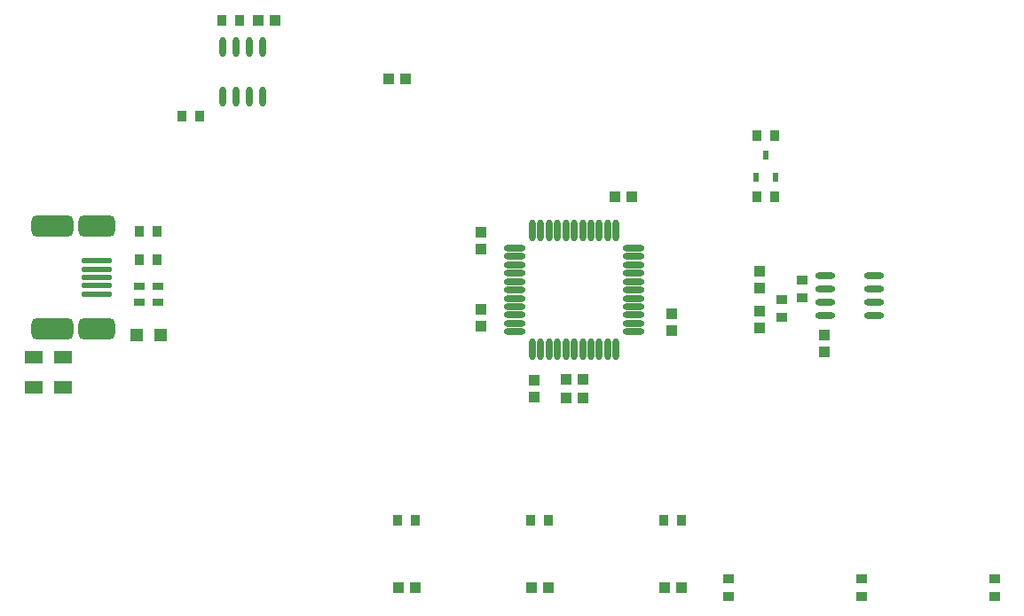
<source format=gtp>
%FSLAX44Y44*%
%MOMM*%
G71*
G01*
G75*
G04 Layer_Color=8421504*
%ADD10C,0.2540*%
%ADD11C,0.5080*%
%ADD12C,0.5842*%
%ADD13C,1.2700*%
%ADD14R,0.9000X1.0000*%
%ADD15R,1.0160X0.7620*%
%ADD16R,1.8000X1.3000*%
%ADD17R,1.1430X1.2700*%
%ADD18R,1.0000X1.0000*%
%ADD19R,1.0000X1.0000*%
%ADD20R,1.0000X0.9000*%
G04:AMPARAMS|DCode=21|XSize=2.8mm|YSize=0.5mm|CornerRadius=0.125mm|HoleSize=0mm|Usage=FLASHONLY|Rotation=180.000|XOffset=0mm|YOffset=0mm|HoleType=Round|Shape=RoundedRectangle|*
%AMROUNDEDRECTD21*
21,1,2.8000,0.2500,0,0,180.0*
21,1,2.5500,0.5000,0,0,180.0*
1,1,0.2500,-1.2750,0.1250*
1,1,0.2500,1.2750,0.1250*
1,1,0.2500,1.2750,-0.1250*
1,1,0.2500,-1.2750,-0.1250*
%
%ADD21ROUNDEDRECTD21*%
G04:AMPARAMS|DCode=22|XSize=3.5mm|YSize=2.05mm|CornerRadius=0.5125mm|HoleSize=0mm|Usage=FLASHONLY|Rotation=180.000|XOffset=0mm|YOffset=0mm|HoleType=Round|Shape=RoundedRectangle|*
%AMROUNDEDRECTD22*
21,1,3.5000,1.0250,0,0,180.0*
21,1,2.4750,2.0500,0,0,180.0*
1,1,1.0250,-1.2375,0.5125*
1,1,1.0250,1.2375,0.5125*
1,1,1.0250,1.2375,-0.5125*
1,1,1.0250,-1.2375,-0.5125*
%
%ADD22ROUNDEDRECTD22*%
G04:AMPARAMS|DCode=23|XSize=4mm|YSize=2.05mm|CornerRadius=0.5125mm|HoleSize=0mm|Usage=FLASHONLY|Rotation=180.000|XOffset=0mm|YOffset=0mm|HoleType=Round|Shape=RoundedRectangle|*
%AMROUNDEDRECTD23*
21,1,4.0000,1.0250,0,0,180.0*
21,1,2.9750,2.0500,0,0,180.0*
1,1,1.0250,-1.4875,0.5125*
1,1,1.0250,1.4875,0.5125*
1,1,1.0250,1.4875,-0.5125*
1,1,1.0250,-1.4875,-0.5125*
%
%ADD23ROUNDEDRECTD23*%
G04:AMPARAMS|DCode=24|XSize=3.5mm|YSize=2.05mm|CornerRadius=0.5125mm|HoleSize=0mm|Usage=FLASHONLY|Rotation=180.000|XOffset=0mm|YOffset=0mm|HoleType=Round|Shape=RoundedRectangle|*
%AMROUNDEDRECTD24*
21,1,3.5000,1.0250,0,0,180.0*
21,1,2.4750,2.0500,0,0,180.0*
1,1,1.0250,-1.2375,0.5125*
1,1,1.0250,1.2375,0.5125*
1,1,1.0250,1.2375,-0.5125*
1,1,1.0250,-1.2375,-0.5125*
%
%ADD24ROUNDEDRECTD24*%
%ADD25O,0.6000X1.9000*%
%ADD26O,1.9000X0.6000*%
%ADD27O,0.6000X2.0500*%
%ADD28O,2.0500X0.6000*%
%ADD29R,0.6000X0.8500*%
%ADD30C,1.0160*%
%ADD31C,0.7620*%
%ADD32C,0.3810*%
%ADD33R,2.5250X7.2000*%
%ADD34R,4.1500X2.0750*%
%ADD35R,2.7250X2.0750*%
%ADD36R,1.2250X7.2000*%
%ADD37C,1.6500*%
%ADD38R,1.6500X1.6500*%
%ADD39C,1.6000*%
%ADD40O,1.5000X2.5000*%
%ADD41R,1.5000X2.5000*%
%ADD42O,4.0000X2.0000*%
%ADD43O,2.0000X4.5000*%
%ADD44O,2.0000X4.0000*%
%ADD45C,2.0000*%
%ADD46C,1.7000*%
%ADD47C,0.9000*%
%ADD48C,6.0000*%
%ADD49C,1.5000*%
%ADD50R,1.5000X1.5000*%
%ADD51C,5.0000*%
%ADD52C,0.7000*%
%ADD53C,1.2700*%
%ADD54C,0.2500*%
%ADD55C,0.2000*%
%ADD56C,1.0000*%
%ADD57C,0.6000*%
%ADD58C,0.1000*%
%ADD59C,0.5000*%
%ADD60C,0.1016*%
%ADD61R,1.9000X4.1000*%
%ADD62R,1.7500X7.7750*%
%ADD63R,3.1250X0.8750*%
D14*
X143120Y347980D02*
D03*
X126120D02*
D03*
X143120Y374650D02*
D03*
X126120D02*
D03*
X166760Y485140D02*
D03*
X183760D02*
D03*
X204860Y576580D02*
D03*
X221860D02*
D03*
X732400Y466090D02*
D03*
X715400D02*
D03*
X626500Y99060D02*
D03*
X643500D02*
D03*
X499500D02*
D03*
X516500D02*
D03*
X372500D02*
D03*
X389500D02*
D03*
X732400Y407670D02*
D03*
X715400D02*
D03*
D15*
X125730Y322580D02*
D03*
Y307340D02*
D03*
X143510Y322580D02*
D03*
Y307340D02*
D03*
D16*
X53340Y254530D02*
D03*
Y225530D02*
D03*
X25400D02*
D03*
Y254530D02*
D03*
D17*
X146050Y275590D02*
D03*
X123190D02*
D03*
D18*
X533020Y233680D02*
D03*
X549020D02*
D03*
X380110Y520700D02*
D03*
X364110D02*
D03*
X255650Y576580D02*
D03*
X239650D02*
D03*
X533020Y215900D02*
D03*
X549020D02*
D03*
X596010Y407670D02*
D03*
X580010D02*
D03*
X643000Y34290D02*
D03*
X627000D02*
D03*
X516000D02*
D03*
X500000D02*
D03*
X389000D02*
D03*
X373000D02*
D03*
D19*
X717550Y298830D02*
D03*
Y282830D02*
D03*
Y320930D02*
D03*
Y336930D02*
D03*
X633730Y296290D02*
D03*
Y280290D02*
D03*
X452120Y357760D02*
D03*
Y373760D02*
D03*
Y284100D02*
D03*
Y300100D02*
D03*
X502920Y216790D02*
D03*
Y232790D02*
D03*
X779780Y259970D02*
D03*
Y275970D02*
D03*
D20*
X815340Y25790D02*
D03*
Y42790D02*
D03*
X688340Y25790D02*
D03*
Y42790D02*
D03*
X942340Y25790D02*
D03*
Y42790D02*
D03*
X758190Y311540D02*
D03*
Y328540D02*
D03*
X739140Y292490D02*
D03*
Y309490D02*
D03*
D21*
X85090Y330710D02*
D03*
Y314710D02*
D03*
Y322710D02*
D03*
Y346710D02*
D03*
Y338710D02*
D03*
D22*
X85340Y281460D02*
D03*
D23*
X42840D02*
D03*
Y379960D02*
D03*
D24*
X85340D02*
D03*
D25*
X205740Y503550D02*
D03*
X218440D02*
D03*
X231140D02*
D03*
X243840D02*
D03*
X205740Y550550D02*
D03*
X218440D02*
D03*
X231140D02*
D03*
X243840D02*
D03*
D26*
X780410Y332740D02*
D03*
Y320040D02*
D03*
Y307340D02*
D03*
Y294640D02*
D03*
X827410Y332740D02*
D03*
Y320040D02*
D03*
Y307340D02*
D03*
Y294640D02*
D03*
D27*
X501020Y261770D02*
D03*
X509020D02*
D03*
X517020D02*
D03*
X525020D02*
D03*
X533020D02*
D03*
X541020D02*
D03*
X549020D02*
D03*
X557020D02*
D03*
X565020D02*
D03*
X573020D02*
D03*
X581020D02*
D03*
Y375770D02*
D03*
X573020D02*
D03*
X565020D02*
D03*
X557020D02*
D03*
X549020D02*
D03*
X541020D02*
D03*
X533020D02*
D03*
X525020D02*
D03*
X517020D02*
D03*
X509020D02*
D03*
X501020D02*
D03*
D28*
X598020Y278770D02*
D03*
Y286770D02*
D03*
Y294770D02*
D03*
Y302770D02*
D03*
Y310770D02*
D03*
Y318770D02*
D03*
Y326770D02*
D03*
Y334770D02*
D03*
Y342770D02*
D03*
Y350770D02*
D03*
Y358770D02*
D03*
X484020D02*
D03*
Y350770D02*
D03*
Y342770D02*
D03*
Y334770D02*
D03*
Y326770D02*
D03*
Y318770D02*
D03*
Y310770D02*
D03*
Y302770D02*
D03*
Y294770D02*
D03*
Y286770D02*
D03*
Y278770D02*
D03*
D29*
X714400Y426130D02*
D03*
X733400D02*
D03*
X723900Y447630D02*
D03*
M02*

</source>
